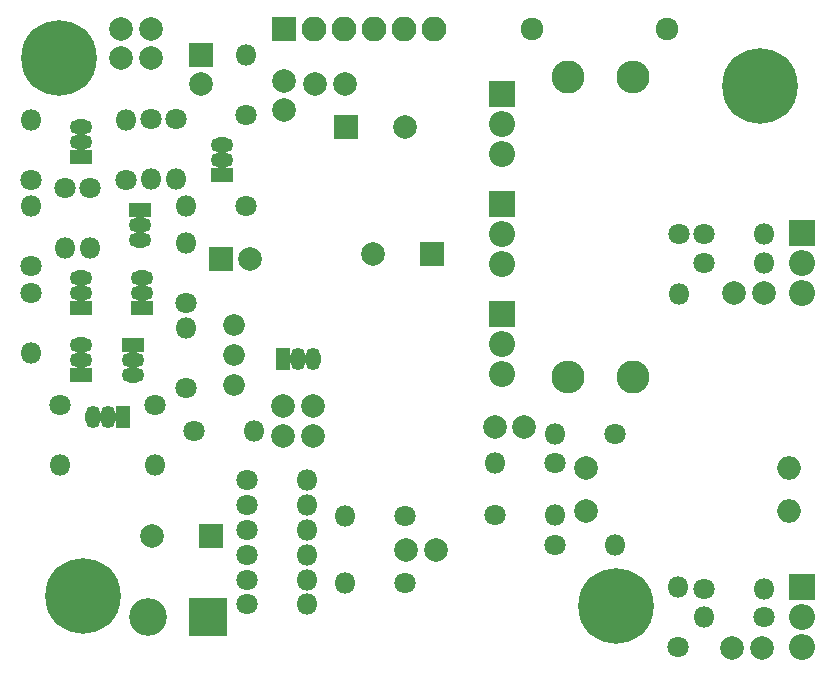
<source format=gbr>
G04 #@! TF.FileFunction,Soldermask,Bot*
%FSLAX46Y46*%
G04 Gerber Fmt 4.6, Leading zero omitted, Abs format (unit mm)*
G04 Created by KiCad (PCBNEW 4.0.4-stable) date 09/28/17 23:31:09*
%MOMM*%
%LPD*%
G01*
G04 APERTURE LIST*
%ADD10C,0.100000*%
%ADD11R,2.000000X2.000000*%
%ADD12C,2.000000*%
%ADD13R,3.200000X3.200000*%
%ADD14O,3.200000X3.200000*%
%ADD15C,1.924000*%
%ADD16R,2.200000X2.200000*%
%ADD17O,2.200000X2.200000*%
%ADD18R,2.100000X2.100000*%
%ADD19O,2.100000X2.100000*%
%ADD20C,6.400000*%
%ADD21O,1.900000X1.300000*%
%ADD22R,1.900000X1.300000*%
%ADD23O,1.300000X1.900000*%
%ADD24R,1.300000X1.900000*%
%ADD25C,1.800000*%
%ADD26O,1.800000X1.800000*%
%ADD27C,1.840000*%
%ADD28O,2.000000X2.000000*%
%ADD29C,2.800000*%
%ADD30O,2.800000X2.800000*%
G04 APERTURE END LIST*
D10*
D11*
X35800000Y36450000D03*
D12*
X30800000Y36450000D03*
X28400000Y50850000D03*
X25900000Y50850000D03*
X23300000Y51150000D03*
X23300000Y48650000D03*
D11*
X28500000Y47250000D03*
D12*
X33500000Y47250000D03*
X9500000Y53050000D03*
X12000000Y53050000D03*
X9500000Y55500000D03*
X12000000Y55500000D03*
D11*
X17104653Y12565931D03*
D12*
X12104653Y12565931D03*
D11*
X16200000Y53350000D03*
D12*
X16200000Y50850000D03*
X33600000Y11425000D03*
X36100000Y11425000D03*
D11*
X17900000Y36050000D03*
D12*
X20400000Y36050000D03*
X25700000Y23600000D03*
X23200000Y23600000D03*
X25700000Y21100000D03*
X23200000Y21100000D03*
X43600000Y21850000D03*
X41100000Y21850000D03*
X63700000Y3150000D03*
X61200000Y3150000D03*
X61400000Y33150000D03*
X63900000Y33150000D03*
D13*
X16804653Y5715931D03*
D14*
X11724653Y5715931D03*
D15*
X44270000Y55550000D03*
X55700000Y55550000D03*
D16*
X67100000Y38290000D03*
D17*
X67100000Y35750000D03*
X67100000Y33210000D03*
D18*
X23300000Y55550000D03*
D19*
X25840000Y55550000D03*
X28380000Y55550000D03*
X30920000Y55550000D03*
X33460000Y55550000D03*
X36000000Y55550000D03*
D20*
X4200000Y53100000D03*
X63550000Y50700000D03*
X6250000Y7500000D03*
X51350000Y6700000D03*
D21*
X6100000Y33170000D03*
X6100000Y34440000D03*
D22*
X6100000Y31900000D03*
D21*
X6100000Y27530000D03*
X6100000Y28800000D03*
D22*
X6100000Y26260000D03*
D21*
X11100000Y38970000D03*
X11100000Y37700000D03*
D22*
X11100000Y40240000D03*
D21*
X10500000Y27500000D03*
X10500000Y26230000D03*
D22*
X10500000Y28770000D03*
D21*
X11200000Y33170000D03*
X11200000Y34440000D03*
D22*
X11200000Y31900000D03*
D21*
X6100000Y45920000D03*
X6100000Y47190000D03*
D22*
X6100000Y44650000D03*
D21*
X18000000Y44450000D03*
X18000000Y45720000D03*
D22*
X18000000Y43180000D03*
D23*
X8330000Y22700000D03*
X7060000Y22700000D03*
D24*
X9600000Y22700000D03*
D16*
X41700000Y50030000D03*
D17*
X41700000Y47490000D03*
X41700000Y44950000D03*
D23*
X24430000Y27550000D03*
X25700000Y27550000D03*
D24*
X23160000Y27550000D03*
D16*
X41700000Y40730000D03*
D17*
X41700000Y38190000D03*
X41700000Y35650000D03*
D16*
X41700000Y31430000D03*
D17*
X41700000Y28890000D03*
X41700000Y26350000D03*
D16*
X67100000Y8290000D03*
D17*
X67100000Y5750000D03*
X67100000Y3210000D03*
D25*
X1800000Y33180000D03*
D26*
X1800000Y28100000D03*
D25*
X4700000Y42080000D03*
D26*
X4700000Y37000000D03*
D25*
X4300000Y23680000D03*
D26*
X4300000Y18600000D03*
D25*
X1850000Y42700000D03*
D26*
X1850000Y47780000D03*
D25*
X1850000Y35420000D03*
D26*
X1850000Y40500000D03*
D25*
X6850000Y42080000D03*
D26*
X6850000Y37000000D03*
D25*
X12300000Y23700000D03*
D26*
X12300000Y18620000D03*
D25*
X20129653Y17365931D03*
D26*
X25209653Y17365931D03*
D25*
X20124653Y13115931D03*
D26*
X25204653Y13115931D03*
D25*
X20129653Y15240931D03*
D26*
X25209653Y15240931D03*
D25*
X12000000Y47880000D03*
D26*
X12000000Y42800000D03*
D25*
X9850000Y42750000D03*
D26*
X9850000Y47830000D03*
D25*
X33500000Y14325000D03*
D26*
X28420000Y14325000D03*
D25*
X33525000Y8600000D03*
D26*
X28445000Y8600000D03*
D25*
X14150000Y47880000D03*
D26*
X14150000Y42800000D03*
D25*
X20050000Y48250000D03*
D26*
X20050000Y53330000D03*
D27*
X19000000Y30490000D03*
X19000000Y27950000D03*
X19000000Y25410000D03*
D25*
X15620000Y21450000D03*
D26*
X20700000Y21450000D03*
D25*
X15000000Y32350000D03*
D26*
X15000000Y37430000D03*
D25*
X15000000Y25170000D03*
D26*
X15000000Y30250000D03*
D25*
X20080000Y40550000D03*
D26*
X15000000Y40550000D03*
D25*
X56700000Y38150000D03*
D26*
X56700000Y33070000D03*
D25*
X46200000Y18750000D03*
D26*
X41120000Y18750000D03*
D25*
X41120000Y14350000D03*
D26*
X46200000Y14350000D03*
D25*
X56600000Y3170000D03*
D26*
X56600000Y8250000D03*
D25*
X58820000Y8150000D03*
D26*
X63900000Y8150000D03*
D25*
X58820000Y38150000D03*
D26*
X63900000Y38150000D03*
D25*
X46220000Y11850000D03*
D26*
X51300000Y11850000D03*
D25*
X51300000Y21250000D03*
D26*
X46220000Y21250000D03*
D12*
X48855000Y18350000D03*
D28*
X66000000Y18350000D03*
D12*
X48855000Y14750000D03*
D28*
X66000000Y14750000D03*
D29*
X47300000Y51450000D03*
D30*
X47300000Y26050000D03*
D29*
X52800000Y26050000D03*
D30*
X52800000Y51450000D03*
D25*
X63900000Y5750000D03*
D26*
X58820000Y5750000D03*
D25*
X58820000Y35750000D03*
D26*
X63900000Y35750000D03*
D25*
X20124653Y11015931D03*
D26*
X25204653Y11015931D03*
D25*
X20124653Y6815931D03*
D26*
X25204653Y6815931D03*
D25*
X20099653Y8915931D03*
D26*
X25179653Y8915931D03*
M02*

</source>
